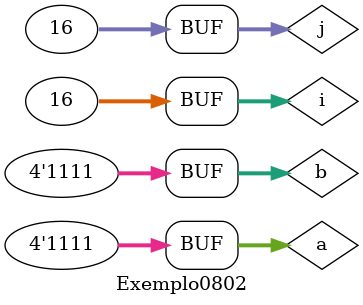
<source format=v>
/*
Arquitetura de Computadores I - Pucminas
Pedro Henrique Lima Carvalho
Matricula: 651230
Turno: Tarde
Guia 08
Exemplo0802
*/
module halfsub (output s0, borrow_in, input a, b);
wire not_a;
xor XOR1 (s0, a, b);
not NOT1(not_a, a);
and AND1 (borrow_in, not_a, b);
endmodule

module fulladder (output s, borrows, input a, b, borrowed);
wire out_sub1, bout_sub1, bout_sub2;
halfsub Sub1 (out_sub1, bout_sub1, a, b);
halfsub Sub2 (s, bout_sub2, out_sub1, borrowed);
or OR1(borrows, bout_sub1, bout_sub2);
endmodule

module Exemplo0802;

//definicoes
integer i, j;
reg[3:0] a, b;
wire[4:0] s;
wire bout_fs1, bout_fs2, bout_fs3;

fulladder FS1 (s[0], bout_fs1, a[0], b[0], 1'b0);
fulladder FS2 (s[1], bout_fs2, a[1], b[1], bout_fs1);
fulladder FS3 (s[2], bout_fs3, a[2], b[2], bout_fs2);
fulladder FS4 (s[3], s[4], a[3], b[3], bout_fs3);


initial
begin: main
$display("Exemplo_0802");
$display("Pedro Henrique Lima Carvalho 651230");
$display("  a      b      s  | borrowed");

a=0; b=0;

//monitor
#1 $monitor("%b - %b = %b | %b", a, b, s[3:0], s[4]);

for (i = 0; i < 16; i=i+1) begin
  for (j = 0; j < 16; j=j+1) begin
    #1 a=i; b=j;
  end
end
end
endmodule

</source>
